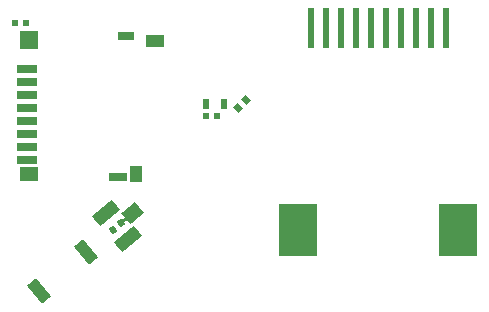
<source format=gbp>
G04 #@! TF.GenerationSoftware,KiCad,Pcbnew,7.0.10*
G04 #@! TF.CreationDate,2024-04-11T11:30:37+02:00*
G04 #@! TF.ProjectId,OtterCastAudioV2,4f747465-7243-4617-9374-417564696f56,rev?*
G04 #@! TF.SameCoordinates,Original*
G04 #@! TF.FileFunction,Paste,Bot*
G04 #@! TF.FilePolarity,Positive*
%FSLAX46Y46*%
G04 Gerber Fmt 4.6, Leading zero omitted, Abs format (unit mm)*
G04 Created by KiCad (PCBNEW 7.0.10) date 2024-04-11 11:30:37*
%MOMM*%
%LPD*%
G01*
G04 APERTURE LIST*
G04 Aperture macros list*
%AMRotRect*
0 Rectangle, with rotation*
0 The origin of the aperture is its center*
0 $1 length*
0 $2 width*
0 $3 Rotation angle, in degrees counterclockwise*
0 Add horizontal line*
21,1,$1,$2,0,0,$3*%
%AMFreePoly0*
4,1,14,0.600000,-0.600000,-0.600000,-0.600000,-0.900000,-0.600001,-0.900000,-0.100000,-1.190000,-0.100000,-1.190001,-0.300000,-1.690000,-0.300000,-1.690000,0.300000,-1.190000,0.300000,-1.190000,0.100000,-0.900000,0.100000,-0.900000,0.600000,0.600000,0.600000,0.600000,-0.600000,0.600000,-0.600000,$1*%
G04 Aperture macros list end*
%ADD10RotRect,1.000000X2.000000X220.000000*%
%ADD11RotRect,0.500000X0.600000X220.000000*%
%ADD12FreePoly0,40.000000*%
%ADD13RotRect,1.100000X2.200000X310.000000*%
%ADD14RotRect,1.000000X2.000000X40.000000*%
%ADD15R,0.500000X0.600000*%
%ADD16RotRect,0.500000X0.600000X225.000000*%
%ADD17R,0.600000X0.900000*%
%ADD18R,1.750000X0.700000*%
%ADD19R,1.000000X1.450000*%
%ADD20R,1.550000X1.000000*%
%ADD21R,1.500000X0.800000*%
%ADD22R,1.400000X0.800000*%
%ADD23R,1.500000X1.300000*%
%ADD24R,1.500000X1.500000*%
%ADD25R,0.600000X3.500000*%
%ADD26R,3.280000X4.500000*%
G04 APERTURE END LIST*
D10*
X85441716Y-112078752D03*
D11*
X87678565Y-110201812D03*
D12*
X89501751Y-108671978D03*
D13*
X87114225Y-108782510D03*
X88978309Y-111004039D03*
D14*
X81458284Y-115421248D03*
D15*
X96520000Y-100600000D03*
X95580000Y-100600000D03*
D16*
X98932340Y-99217660D03*
X98267660Y-99882340D03*
D17*
X97100000Y-99600000D03*
X95600000Y-99600000D03*
D18*
X80450000Y-96625000D03*
X80450000Y-97725000D03*
X80450000Y-98825000D03*
X80450000Y-99925000D03*
X80450000Y-101025000D03*
X80450000Y-102125000D03*
X80450000Y-103225000D03*
X80450000Y-104325000D03*
D19*
X89675000Y-105450000D03*
D20*
X91250000Y-94225000D03*
D21*
X88175000Y-105775000D03*
D22*
X88825000Y-93825000D03*
D23*
X80575000Y-105525000D03*
D24*
X80575000Y-94175000D03*
D15*
X79380000Y-92700000D03*
X80320000Y-92700000D03*
D25*
X113375000Y-93100000D03*
X112105000Y-93100000D03*
X110835000Y-93100000D03*
X109565000Y-93100000D03*
X108295000Y-93100000D03*
X107025000Y-93100000D03*
X115915000Y-93100000D03*
X114645000Y-93100000D03*
X105755000Y-93100000D03*
X104485000Y-93100000D03*
D26*
X103400000Y-110250000D03*
X116950000Y-110250000D03*
M02*

</source>
